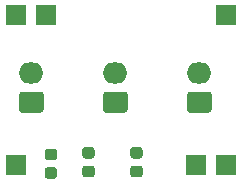
<source format=gbr>
G04 #@! TF.GenerationSoftware,KiCad,Pcbnew,(5.1.6)-1*
G04 #@! TF.CreationDate,2020-11-03T09:51:37+03:00*
G04 #@! TF.ProjectId,UlTi_driver_ext_board,556c5469-5f64-4726-9976-65725f657874,rev?*
G04 #@! TF.SameCoordinates,Original*
G04 #@! TF.FileFunction,Soldermask,Top*
G04 #@! TF.FilePolarity,Negative*
%FSLAX46Y46*%
G04 Gerber Fmt 4.6, Leading zero omitted, Abs format (unit mm)*
G04 Created by KiCad (PCBNEW (5.1.6)-1) date 2020-11-03 09:51:37*
%MOMM*%
%LPD*%
G01*
G04 APERTURE LIST*
%ADD10O,2.100000X1.800000*%
%ADD11R,1.800000X1.800000*%
G04 APERTURE END LIST*
D10*
X155829000Y-98846000D03*
G36*
G01*
X156614294Y-102246000D02*
X155043706Y-102246000D01*
G75*
G02*
X154779000Y-101981294I0J264706D01*
G01*
X154779000Y-100710706D01*
G75*
G02*
X155043706Y-100446000I264706J0D01*
G01*
X156614294Y-100446000D01*
G75*
G02*
X156879000Y-100710706I0J-264706D01*
G01*
X156879000Y-101981294D01*
G75*
G02*
X156614294Y-102246000I-264706J0D01*
G01*
G37*
X148717000Y-98846000D03*
G36*
G01*
X149502294Y-102246000D02*
X147931706Y-102246000D01*
G75*
G02*
X147667000Y-101981294I0J264706D01*
G01*
X147667000Y-100710706D01*
G75*
G02*
X147931706Y-100446000I264706J0D01*
G01*
X149502294Y-100446000D01*
G75*
G02*
X149767000Y-100710706I0J-264706D01*
G01*
X149767000Y-101981294D01*
G75*
G02*
X149502294Y-102246000I-264706J0D01*
G01*
G37*
X141605000Y-98846000D03*
G36*
G01*
X142390294Y-102246000D02*
X140819706Y-102246000D01*
G75*
G02*
X140555000Y-101981294I0J264706D01*
G01*
X140555000Y-100710706D01*
G75*
G02*
X140819706Y-100446000I264706J0D01*
G01*
X142390294Y-100446000D01*
G75*
G02*
X142655000Y-100710706I0J-264706D01*
G01*
X142655000Y-101981294D01*
G75*
G02*
X142390294Y-102246000I-264706J0D01*
G01*
G37*
D11*
X140335000Y-93980000D03*
X158115000Y-93980000D03*
X142875000Y-93980000D03*
X158115000Y-106680000D03*
X155575000Y-106680000D03*
X140335000Y-106680000D03*
G36*
G01*
X150213750Y-106726000D02*
X150776250Y-106726000D01*
G75*
G02*
X151020000Y-106969750I0J-243750D01*
G01*
X151020000Y-107457250D01*
G75*
G02*
X150776250Y-107701000I-243750J0D01*
G01*
X150213750Y-107701000D01*
G75*
G02*
X149970000Y-107457250I0J243750D01*
G01*
X149970000Y-106969750D01*
G75*
G02*
X150213750Y-106726000I243750J0D01*
G01*
G37*
G36*
G01*
X150213750Y-105151000D02*
X150776250Y-105151000D01*
G75*
G02*
X151020000Y-105394750I0J-243750D01*
G01*
X151020000Y-105882250D01*
G75*
G02*
X150776250Y-106126000I-243750J0D01*
G01*
X150213750Y-106126000D01*
G75*
G02*
X149970000Y-105882250I0J243750D01*
G01*
X149970000Y-105394750D01*
G75*
G02*
X150213750Y-105151000I243750J0D01*
G01*
G37*
G36*
G01*
X146149750Y-106726000D02*
X146712250Y-106726000D01*
G75*
G02*
X146956000Y-106969750I0J-243750D01*
G01*
X146956000Y-107457250D01*
G75*
G02*
X146712250Y-107701000I-243750J0D01*
G01*
X146149750Y-107701000D01*
G75*
G02*
X145906000Y-107457250I0J243750D01*
G01*
X145906000Y-106969750D01*
G75*
G02*
X146149750Y-106726000I243750J0D01*
G01*
G37*
G36*
G01*
X146149750Y-105151000D02*
X146712250Y-105151000D01*
G75*
G02*
X146956000Y-105394750I0J-243750D01*
G01*
X146956000Y-105882250D01*
G75*
G02*
X146712250Y-106126000I-243750J0D01*
G01*
X146149750Y-106126000D01*
G75*
G02*
X145906000Y-105882250I0J243750D01*
G01*
X145906000Y-105394750D01*
G75*
G02*
X146149750Y-105151000I243750J0D01*
G01*
G37*
G36*
G01*
X142974750Y-106853000D02*
X143537250Y-106853000D01*
G75*
G02*
X143781000Y-107096750I0J-243750D01*
G01*
X143781000Y-107584250D01*
G75*
G02*
X143537250Y-107828000I-243750J0D01*
G01*
X142974750Y-107828000D01*
G75*
G02*
X142731000Y-107584250I0J243750D01*
G01*
X142731000Y-107096750D01*
G75*
G02*
X142974750Y-106853000I243750J0D01*
G01*
G37*
G36*
G01*
X142974750Y-105278000D02*
X143537250Y-105278000D01*
G75*
G02*
X143781000Y-105521750I0J-243750D01*
G01*
X143781000Y-106009250D01*
G75*
G02*
X143537250Y-106253000I-243750J0D01*
G01*
X142974750Y-106253000D01*
G75*
G02*
X142731000Y-106009250I0J243750D01*
G01*
X142731000Y-105521750D01*
G75*
G02*
X142974750Y-105278000I243750J0D01*
G01*
G37*
M02*

</source>
